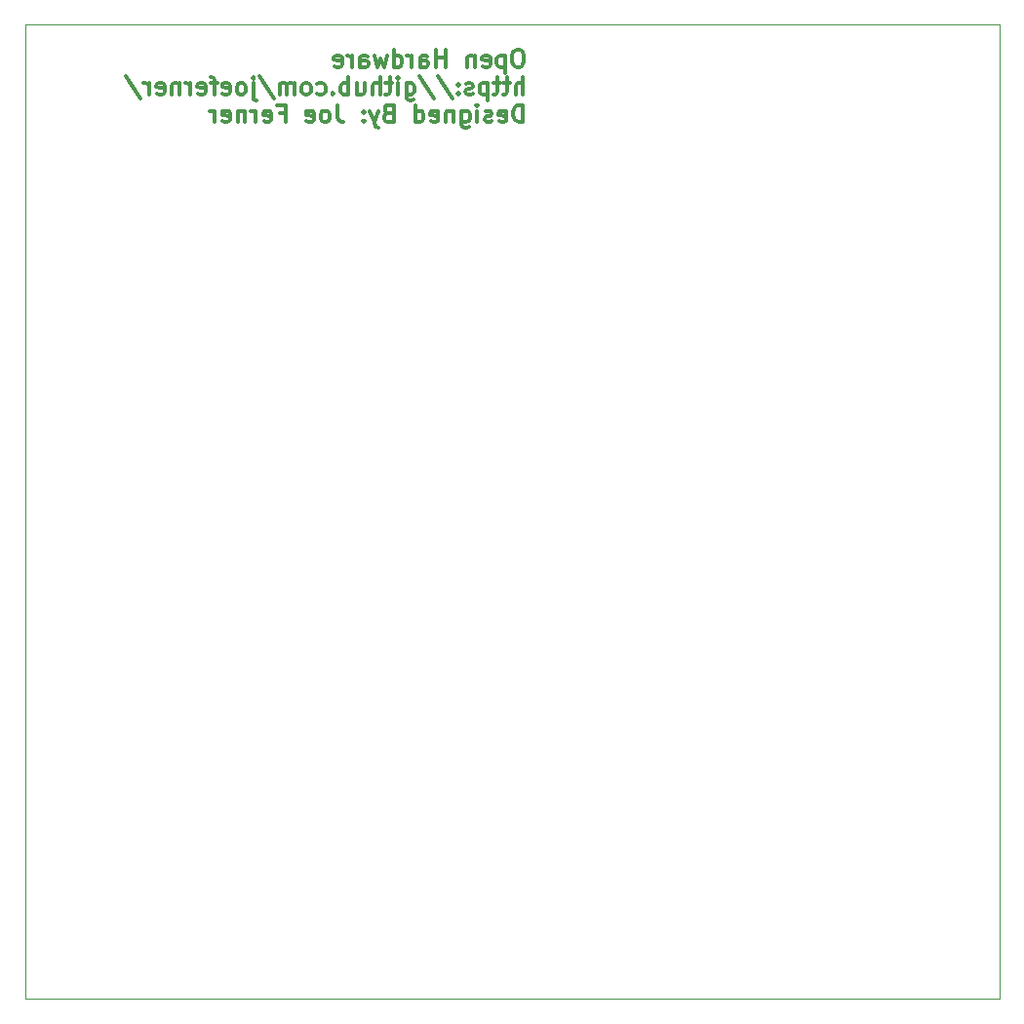
<source format=gbo>
G04 (created by PCBNEW (2013-mar-13)-testing) date Tue 03 Sep 2013 04:27:04 PM EDT*
%MOIN*%
G04 Gerber Fmt 3.4, Leading zero omitted, Abs format*
%FSLAX34Y34*%
G01*
G70*
G90*
G04 APERTURE LIST*
%ADD10C,0.005906*%
%ADD11C,0.011811*%
%ADD12C,0.003937*%
G04 APERTURE END LIST*
G54D10*
G54D11*
X60298Y-15188D02*
X60185Y-15188D01*
X60129Y-15216D01*
X60073Y-15272D01*
X60044Y-15385D01*
X60044Y-15582D01*
X60073Y-15694D01*
X60129Y-15750D01*
X60185Y-15778D01*
X60298Y-15778D01*
X60354Y-15750D01*
X60410Y-15694D01*
X60438Y-15582D01*
X60438Y-15385D01*
X60410Y-15272D01*
X60354Y-15216D01*
X60298Y-15188D01*
X59791Y-15385D02*
X59791Y-15975D01*
X59791Y-15413D02*
X59735Y-15385D01*
X59623Y-15385D01*
X59566Y-15413D01*
X59538Y-15441D01*
X59510Y-15497D01*
X59510Y-15666D01*
X59538Y-15722D01*
X59566Y-15750D01*
X59623Y-15778D01*
X59735Y-15778D01*
X59791Y-15750D01*
X59032Y-15750D02*
X59088Y-15778D01*
X59201Y-15778D01*
X59257Y-15750D01*
X59285Y-15694D01*
X59285Y-15469D01*
X59257Y-15413D01*
X59201Y-15385D01*
X59088Y-15385D01*
X59032Y-15413D01*
X59004Y-15469D01*
X59004Y-15525D01*
X59285Y-15582D01*
X58751Y-15385D02*
X58751Y-15778D01*
X58751Y-15441D02*
X58723Y-15413D01*
X58667Y-15385D01*
X58582Y-15385D01*
X58526Y-15413D01*
X58498Y-15469D01*
X58498Y-15778D01*
X57767Y-15778D02*
X57767Y-15188D01*
X57767Y-15469D02*
X57429Y-15469D01*
X57429Y-15778D02*
X57429Y-15188D01*
X56895Y-15778D02*
X56895Y-15469D01*
X56923Y-15413D01*
X56979Y-15385D01*
X57092Y-15385D01*
X57148Y-15413D01*
X56895Y-15750D02*
X56951Y-15778D01*
X57092Y-15778D01*
X57148Y-15750D01*
X57176Y-15694D01*
X57176Y-15638D01*
X57148Y-15582D01*
X57092Y-15553D01*
X56951Y-15553D01*
X56895Y-15525D01*
X56614Y-15778D02*
X56614Y-15385D01*
X56614Y-15497D02*
X56586Y-15441D01*
X56557Y-15413D01*
X56501Y-15385D01*
X56445Y-15385D01*
X55995Y-15778D02*
X55995Y-15188D01*
X55995Y-15750D02*
X56051Y-15778D01*
X56164Y-15778D01*
X56220Y-15750D01*
X56248Y-15722D01*
X56276Y-15666D01*
X56276Y-15497D01*
X56248Y-15441D01*
X56220Y-15413D01*
X56164Y-15385D01*
X56051Y-15385D01*
X55995Y-15413D01*
X55770Y-15385D02*
X55658Y-15778D01*
X55545Y-15497D01*
X55433Y-15778D01*
X55320Y-15385D01*
X54842Y-15778D02*
X54842Y-15469D01*
X54870Y-15413D01*
X54926Y-15385D01*
X55039Y-15385D01*
X55095Y-15413D01*
X54842Y-15750D02*
X54898Y-15778D01*
X55039Y-15778D01*
X55095Y-15750D01*
X55123Y-15694D01*
X55123Y-15638D01*
X55095Y-15582D01*
X55039Y-15553D01*
X54898Y-15553D01*
X54842Y-15525D01*
X54561Y-15778D02*
X54561Y-15385D01*
X54561Y-15497D02*
X54533Y-15441D01*
X54505Y-15413D01*
X54448Y-15385D01*
X54392Y-15385D01*
X53970Y-15750D02*
X54026Y-15778D01*
X54139Y-15778D01*
X54195Y-15750D01*
X54223Y-15694D01*
X54223Y-15469D01*
X54195Y-15413D01*
X54139Y-15385D01*
X54026Y-15385D01*
X53970Y-15413D01*
X53942Y-15469D01*
X53942Y-15525D01*
X54223Y-15582D01*
X60410Y-16723D02*
X60410Y-16133D01*
X60157Y-16723D02*
X60157Y-16414D01*
X60185Y-16358D01*
X60241Y-16330D01*
X60326Y-16330D01*
X60382Y-16358D01*
X60410Y-16386D01*
X59960Y-16330D02*
X59735Y-16330D01*
X59876Y-16133D02*
X59876Y-16639D01*
X59848Y-16695D01*
X59791Y-16723D01*
X59735Y-16723D01*
X59623Y-16330D02*
X59398Y-16330D01*
X59538Y-16133D02*
X59538Y-16639D01*
X59510Y-16695D01*
X59454Y-16723D01*
X59398Y-16723D01*
X59201Y-16330D02*
X59201Y-16920D01*
X59201Y-16358D02*
X59145Y-16330D01*
X59032Y-16330D01*
X58976Y-16358D01*
X58948Y-16386D01*
X58920Y-16442D01*
X58920Y-16611D01*
X58948Y-16667D01*
X58976Y-16695D01*
X59032Y-16723D01*
X59145Y-16723D01*
X59201Y-16695D01*
X58695Y-16695D02*
X58638Y-16723D01*
X58526Y-16723D01*
X58470Y-16695D01*
X58442Y-16639D01*
X58442Y-16611D01*
X58470Y-16555D01*
X58526Y-16526D01*
X58610Y-16526D01*
X58667Y-16498D01*
X58695Y-16442D01*
X58695Y-16414D01*
X58667Y-16358D01*
X58610Y-16330D01*
X58526Y-16330D01*
X58470Y-16358D01*
X58188Y-16667D02*
X58160Y-16695D01*
X58188Y-16723D01*
X58217Y-16695D01*
X58188Y-16667D01*
X58188Y-16723D01*
X58188Y-16358D02*
X58160Y-16386D01*
X58188Y-16414D01*
X58217Y-16386D01*
X58188Y-16358D01*
X58188Y-16414D01*
X57485Y-16105D02*
X57992Y-16864D01*
X56867Y-16105D02*
X57373Y-16864D01*
X56417Y-16330D02*
X56417Y-16808D01*
X56445Y-16864D01*
X56473Y-16892D01*
X56529Y-16920D01*
X56614Y-16920D01*
X56670Y-16892D01*
X56417Y-16695D02*
X56473Y-16723D01*
X56586Y-16723D01*
X56642Y-16695D01*
X56670Y-16667D01*
X56698Y-16611D01*
X56698Y-16442D01*
X56670Y-16386D01*
X56642Y-16358D01*
X56586Y-16330D01*
X56473Y-16330D01*
X56417Y-16358D01*
X56136Y-16723D02*
X56136Y-16330D01*
X56136Y-16133D02*
X56164Y-16161D01*
X56136Y-16189D01*
X56107Y-16161D01*
X56136Y-16133D01*
X56136Y-16189D01*
X55939Y-16330D02*
X55714Y-16330D01*
X55854Y-16133D02*
X55854Y-16639D01*
X55826Y-16695D01*
X55770Y-16723D01*
X55714Y-16723D01*
X55517Y-16723D02*
X55517Y-16133D01*
X55264Y-16723D02*
X55264Y-16414D01*
X55292Y-16358D01*
X55348Y-16330D01*
X55433Y-16330D01*
X55489Y-16358D01*
X55517Y-16386D01*
X54730Y-16330D02*
X54730Y-16723D01*
X54983Y-16330D02*
X54983Y-16639D01*
X54955Y-16695D01*
X54898Y-16723D01*
X54814Y-16723D01*
X54758Y-16695D01*
X54730Y-16667D01*
X54448Y-16723D02*
X54448Y-16133D01*
X54448Y-16358D02*
X54392Y-16330D01*
X54280Y-16330D01*
X54223Y-16358D01*
X54195Y-16386D01*
X54167Y-16442D01*
X54167Y-16611D01*
X54195Y-16667D01*
X54223Y-16695D01*
X54280Y-16723D01*
X54392Y-16723D01*
X54448Y-16695D01*
X53914Y-16667D02*
X53886Y-16695D01*
X53914Y-16723D01*
X53942Y-16695D01*
X53914Y-16667D01*
X53914Y-16723D01*
X53380Y-16695D02*
X53436Y-16723D01*
X53548Y-16723D01*
X53605Y-16695D01*
X53633Y-16667D01*
X53661Y-16611D01*
X53661Y-16442D01*
X53633Y-16386D01*
X53605Y-16358D01*
X53548Y-16330D01*
X53436Y-16330D01*
X53380Y-16358D01*
X53042Y-16723D02*
X53098Y-16695D01*
X53127Y-16667D01*
X53155Y-16611D01*
X53155Y-16442D01*
X53127Y-16386D01*
X53098Y-16358D01*
X53042Y-16330D01*
X52958Y-16330D01*
X52902Y-16358D01*
X52874Y-16386D01*
X52845Y-16442D01*
X52845Y-16611D01*
X52874Y-16667D01*
X52902Y-16695D01*
X52958Y-16723D01*
X53042Y-16723D01*
X52592Y-16723D02*
X52592Y-16330D01*
X52592Y-16386D02*
X52564Y-16358D01*
X52508Y-16330D01*
X52424Y-16330D01*
X52367Y-16358D01*
X52339Y-16414D01*
X52339Y-16723D01*
X52339Y-16414D02*
X52311Y-16358D01*
X52255Y-16330D01*
X52170Y-16330D01*
X52114Y-16358D01*
X52086Y-16414D01*
X52086Y-16723D01*
X51383Y-16105D02*
X51889Y-16864D01*
X51186Y-16330D02*
X51186Y-16836D01*
X51214Y-16892D01*
X51271Y-16920D01*
X51299Y-16920D01*
X51186Y-16133D02*
X51214Y-16161D01*
X51186Y-16189D01*
X51158Y-16161D01*
X51186Y-16133D01*
X51186Y-16189D01*
X50821Y-16723D02*
X50877Y-16695D01*
X50905Y-16667D01*
X50933Y-16611D01*
X50933Y-16442D01*
X50905Y-16386D01*
X50877Y-16358D01*
X50821Y-16330D01*
X50736Y-16330D01*
X50680Y-16358D01*
X50652Y-16386D01*
X50624Y-16442D01*
X50624Y-16611D01*
X50652Y-16667D01*
X50680Y-16695D01*
X50736Y-16723D01*
X50821Y-16723D01*
X50146Y-16695D02*
X50202Y-16723D01*
X50314Y-16723D01*
X50371Y-16695D01*
X50399Y-16639D01*
X50399Y-16414D01*
X50371Y-16358D01*
X50314Y-16330D01*
X50202Y-16330D01*
X50146Y-16358D01*
X50118Y-16414D01*
X50118Y-16470D01*
X50399Y-16526D01*
X49949Y-16330D02*
X49724Y-16330D01*
X49865Y-16723D02*
X49865Y-16217D01*
X49836Y-16161D01*
X49780Y-16133D01*
X49724Y-16133D01*
X49302Y-16695D02*
X49358Y-16723D01*
X49471Y-16723D01*
X49527Y-16695D01*
X49555Y-16639D01*
X49555Y-16414D01*
X49527Y-16358D01*
X49471Y-16330D01*
X49358Y-16330D01*
X49302Y-16358D01*
X49274Y-16414D01*
X49274Y-16470D01*
X49555Y-16526D01*
X49021Y-16723D02*
X49021Y-16330D01*
X49021Y-16442D02*
X48993Y-16386D01*
X48965Y-16358D01*
X48908Y-16330D01*
X48852Y-16330D01*
X48655Y-16330D02*
X48655Y-16723D01*
X48655Y-16386D02*
X48627Y-16358D01*
X48571Y-16330D01*
X48487Y-16330D01*
X48430Y-16358D01*
X48402Y-16414D01*
X48402Y-16723D01*
X47896Y-16695D02*
X47952Y-16723D01*
X48065Y-16723D01*
X48121Y-16695D01*
X48149Y-16639D01*
X48149Y-16414D01*
X48121Y-16358D01*
X48065Y-16330D01*
X47952Y-16330D01*
X47896Y-16358D01*
X47868Y-16414D01*
X47868Y-16470D01*
X48149Y-16526D01*
X47615Y-16723D02*
X47615Y-16330D01*
X47615Y-16442D02*
X47587Y-16386D01*
X47559Y-16358D01*
X47502Y-16330D01*
X47446Y-16330D01*
X46827Y-16105D02*
X47334Y-16864D01*
X60410Y-17668D02*
X60410Y-17078D01*
X60269Y-17078D01*
X60185Y-17106D01*
X60129Y-17162D01*
X60101Y-17218D01*
X60073Y-17331D01*
X60073Y-17415D01*
X60101Y-17528D01*
X60129Y-17584D01*
X60185Y-17640D01*
X60269Y-17668D01*
X60410Y-17668D01*
X59595Y-17640D02*
X59651Y-17668D01*
X59763Y-17668D01*
X59820Y-17640D01*
X59848Y-17584D01*
X59848Y-17359D01*
X59820Y-17303D01*
X59763Y-17275D01*
X59651Y-17275D01*
X59595Y-17303D01*
X59566Y-17359D01*
X59566Y-17415D01*
X59848Y-17471D01*
X59341Y-17640D02*
X59285Y-17668D01*
X59173Y-17668D01*
X59116Y-17640D01*
X59088Y-17584D01*
X59088Y-17556D01*
X59116Y-17500D01*
X59173Y-17471D01*
X59257Y-17471D01*
X59313Y-17443D01*
X59341Y-17387D01*
X59341Y-17359D01*
X59313Y-17303D01*
X59257Y-17275D01*
X59173Y-17275D01*
X59116Y-17303D01*
X58835Y-17668D02*
X58835Y-17275D01*
X58835Y-17078D02*
X58863Y-17106D01*
X58835Y-17134D01*
X58807Y-17106D01*
X58835Y-17078D01*
X58835Y-17134D01*
X58301Y-17275D02*
X58301Y-17753D01*
X58329Y-17809D01*
X58357Y-17837D01*
X58413Y-17865D01*
X58498Y-17865D01*
X58554Y-17837D01*
X58301Y-17640D02*
X58357Y-17668D01*
X58470Y-17668D01*
X58526Y-17640D01*
X58554Y-17612D01*
X58582Y-17556D01*
X58582Y-17387D01*
X58554Y-17331D01*
X58526Y-17303D01*
X58470Y-17275D01*
X58357Y-17275D01*
X58301Y-17303D01*
X58020Y-17275D02*
X58020Y-17668D01*
X58020Y-17331D02*
X57992Y-17303D01*
X57935Y-17275D01*
X57851Y-17275D01*
X57795Y-17303D01*
X57767Y-17359D01*
X57767Y-17668D01*
X57260Y-17640D02*
X57317Y-17668D01*
X57429Y-17668D01*
X57485Y-17640D01*
X57514Y-17584D01*
X57514Y-17359D01*
X57485Y-17303D01*
X57429Y-17275D01*
X57317Y-17275D01*
X57260Y-17303D01*
X57232Y-17359D01*
X57232Y-17415D01*
X57514Y-17471D01*
X56726Y-17668D02*
X56726Y-17078D01*
X56726Y-17640D02*
X56782Y-17668D01*
X56895Y-17668D01*
X56951Y-17640D01*
X56979Y-17612D01*
X57007Y-17556D01*
X57007Y-17387D01*
X56979Y-17331D01*
X56951Y-17303D01*
X56895Y-17275D01*
X56782Y-17275D01*
X56726Y-17303D01*
X55798Y-17359D02*
X55714Y-17387D01*
X55686Y-17415D01*
X55658Y-17471D01*
X55658Y-17556D01*
X55686Y-17612D01*
X55714Y-17640D01*
X55770Y-17668D01*
X55995Y-17668D01*
X55995Y-17078D01*
X55798Y-17078D01*
X55742Y-17106D01*
X55714Y-17134D01*
X55686Y-17190D01*
X55686Y-17246D01*
X55714Y-17303D01*
X55742Y-17331D01*
X55798Y-17359D01*
X55995Y-17359D01*
X55461Y-17275D02*
X55320Y-17668D01*
X55179Y-17275D02*
X55320Y-17668D01*
X55376Y-17809D01*
X55404Y-17837D01*
X55461Y-17865D01*
X54955Y-17612D02*
X54926Y-17640D01*
X54955Y-17668D01*
X54983Y-17640D01*
X54955Y-17612D01*
X54955Y-17668D01*
X54955Y-17303D02*
X54926Y-17331D01*
X54955Y-17359D01*
X54983Y-17331D01*
X54955Y-17303D01*
X54955Y-17359D01*
X54055Y-17078D02*
X54055Y-17500D01*
X54083Y-17584D01*
X54139Y-17640D01*
X54223Y-17668D01*
X54280Y-17668D01*
X53689Y-17668D02*
X53745Y-17640D01*
X53773Y-17612D01*
X53802Y-17556D01*
X53802Y-17387D01*
X53773Y-17331D01*
X53745Y-17303D01*
X53689Y-17275D01*
X53605Y-17275D01*
X53548Y-17303D01*
X53520Y-17331D01*
X53492Y-17387D01*
X53492Y-17556D01*
X53520Y-17612D01*
X53548Y-17640D01*
X53605Y-17668D01*
X53689Y-17668D01*
X53014Y-17640D02*
X53070Y-17668D01*
X53183Y-17668D01*
X53239Y-17640D01*
X53267Y-17584D01*
X53267Y-17359D01*
X53239Y-17303D01*
X53183Y-17275D01*
X53070Y-17275D01*
X53014Y-17303D01*
X52986Y-17359D01*
X52986Y-17415D01*
X53267Y-17471D01*
X52086Y-17359D02*
X52283Y-17359D01*
X52283Y-17668D02*
X52283Y-17078D01*
X52002Y-17078D01*
X51552Y-17640D02*
X51608Y-17668D01*
X51721Y-17668D01*
X51777Y-17640D01*
X51805Y-17584D01*
X51805Y-17359D01*
X51777Y-17303D01*
X51721Y-17275D01*
X51608Y-17275D01*
X51552Y-17303D01*
X51524Y-17359D01*
X51524Y-17415D01*
X51805Y-17471D01*
X51271Y-17668D02*
X51271Y-17275D01*
X51271Y-17387D02*
X51242Y-17331D01*
X51214Y-17303D01*
X51158Y-17275D01*
X51102Y-17275D01*
X50905Y-17275D02*
X50905Y-17668D01*
X50905Y-17331D02*
X50877Y-17303D01*
X50821Y-17275D01*
X50736Y-17275D01*
X50680Y-17303D01*
X50652Y-17359D01*
X50652Y-17668D01*
X50146Y-17640D02*
X50202Y-17668D01*
X50314Y-17668D01*
X50371Y-17640D01*
X50399Y-17584D01*
X50399Y-17359D01*
X50371Y-17303D01*
X50314Y-17275D01*
X50202Y-17275D01*
X50146Y-17303D01*
X50118Y-17359D01*
X50118Y-17415D01*
X50399Y-17471D01*
X49865Y-17668D02*
X49865Y-17275D01*
X49865Y-17387D02*
X49836Y-17331D01*
X49808Y-17303D01*
X49752Y-17275D01*
X49696Y-17275D01*
G54D12*
X43385Y-47637D02*
X43385Y-14330D01*
X76692Y-47637D02*
X43385Y-47637D01*
X76692Y-14330D02*
X76692Y-47637D01*
X43385Y-14330D02*
X76692Y-14330D01*
M02*

</source>
